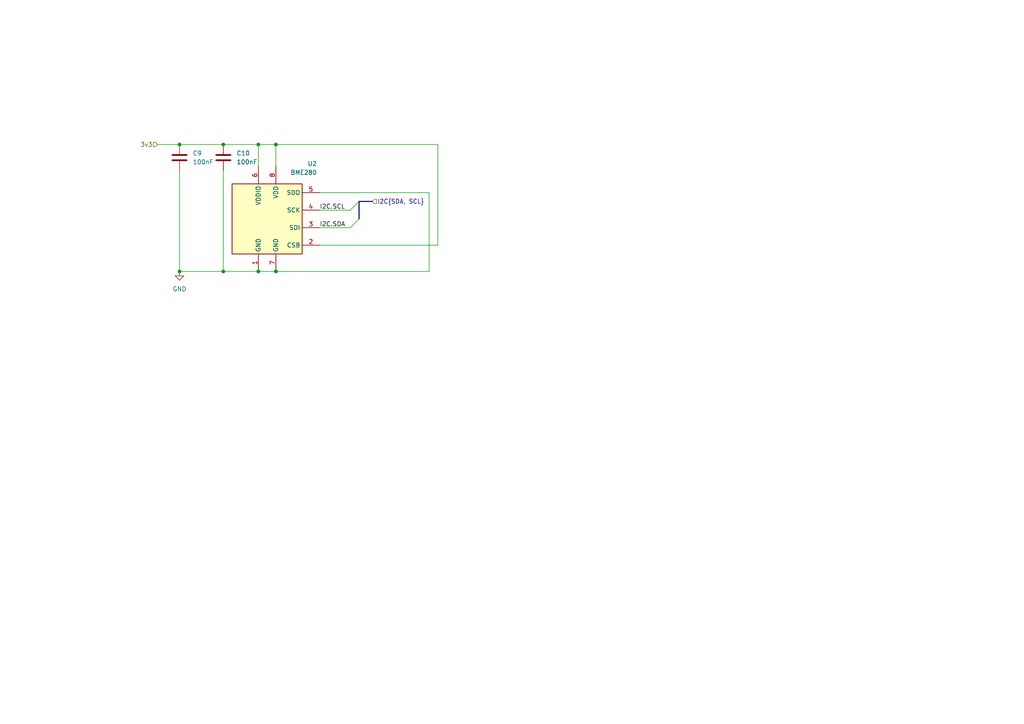
<source format=kicad_sch>
(kicad_sch (version 20250114) (generator "eeschema") (generator_version "9.0")
  (paper "A4")
  (lib_symbols
    (symbol "Device:C" (pin_numbers (hide yes)) (pin_names (offset 0.254))
      (property "Reference" "C" (at 0.635 2.54 0))
      (property "Value" "C" (at 0.635 -2.54 0))
      (symbol "C_0_1"
        (polyline (pts (xy -2.032 0.762) (xy 2.032 0.762)) (stroke (width 0.508)))
        (polyline (pts (xy -2.032 -0.762) (xy 2.032 -0.762)) (stroke (width 0.508)))
      )
      (symbol "C_1_1"
        (pin passive line (at 0 3.81 270) (length 2.794) (name "~") (number "1"))
        (pin passive line (at 0 -3.81 90) (length 2.794) (name "~") (number "2"))
      )
    )
    (symbol "Sensor:BME280"
      (property "Reference" "U" (at -8.89 11.43 0))
      (property "Value" "BME280" (at 7.62 11.43 0))
      (symbol "BME280_0_1"
        (rectangle (start -10.16 10.16) (end 10.16 -10.16) (stroke (width 0.254)) (fill (type background)))
      )
      (symbol "BME280_1_1"
        (pin power_in line (at -2.54 15.24 270) (length 5.08) (name "VDDIO") (number "6"))
        (pin power_in line (at -2.54 -15.24 90) (length 5.08) (name "GND") (number "1"))
        (pin power_in line (at 2.54 15.24 270) (length 5.08) (name "VDD") (number "8"))
        (pin power_in line (at 2.54 -15.24 90) (length 5.08) (name "GND") (number "7"))
        (pin bidirectional line (at 15.24 7.62 180) (length 5.08) (name "SDO") (number "5"))
        (pin input line (at 15.24 2.54 180) (length 5.08) (name "SCK") (number "4"))
        (pin bidirectional line (at 15.24 -2.54 180) (length 5.08) (name "SDI") (number "3"))
        (pin input line (at 15.24 -7.62 180) (length 5.08) (name "CSB") (number "2"))
      )
    )
    (symbol "power:GND" (power) (pin_numbers (hide yes)) (pin_names (offset 0) (hide yes))
      (property "Value" "GND" (at 0 -3.81 0))
      (symbol "GND_0_1"
        (polyline (pts (xy 0 0) (xy 0 -1.27) (xy 1.27 -1.27) (xy 0 -2.54) (xy -1.27 -1.27) (xy 0 -1.27)))
      )
      (symbol "GND_1_1"
        (pin power_in line (at 0 0 270) (length 0) (name "~") (number "1"))
      )
    )
  )
  (junction (at 80.01 78.74))
  (junction (at 52.07 41.91))
  (junction (at 74.93 41.91))
  (junction (at 64.77 78.74))
  (junction (at 80.01 41.91))
  (junction (at 52.07 78.74))
  (junction (at 64.77 41.91))
  (junction (at 74.93 78.74))
  (bus_entry (at 104.14 58.42) (size -2.54 2.54))
  (bus_entry (at 104.14 63.5) (size -2.54 2.54))
  (wire (pts (xy 74.93 41.91) (xy 74.93 48.26)))
  (wire (pts (xy 92.71 66.04) (xy 101.6 66.04)))
  (wire (pts (xy 127 41.91) (xy 80.01 41.91)))
  (wire (pts (xy 124.46 78.74) (xy 80.01 78.74)))
  (wire (pts (xy 64.77 78.74) (xy 74.93 78.74)))
  (wire (pts (xy 52.07 49.53) (xy 52.07 78.74)))
  (wire (pts (xy 52.07 78.74) (xy 64.77 78.74)))
  (wire (pts (xy 80.01 41.91) (xy 74.93 41.91)))
  (wire (pts (xy 64.77 41.91) (xy 74.93 41.91)))
  (wire (pts (xy 124.46 55.88) (xy 124.46 78.74)))
  (wire (pts (xy 74.93 78.74) (xy 80.01 78.74)))
  (bus (pts (xy 107.95 58.42) (xy 104.14 58.42)))
  (wire (pts (xy 64.77 49.53) (xy 64.77 78.74)))
  (wire (pts (xy 92.71 60.96) (xy 101.6 60.96)))
  (wire (pts (xy 45.72 41.91) (xy 52.07 41.91)))
  (wire (pts (xy 52.07 41.91) (xy 64.77 41.91)))
  (wire (pts (xy 127 71.12) (xy 127 41.91)))
  (wire (pts (xy 80.01 48.26) (xy 80.01 41.91)))
  (wire (pts (xy 92.71 55.88) (xy 124.46 55.88)))
  (wire (pts (xy 92.71 71.12) (xy 127 71.12)))
  (bus (pts (xy 104.14 58.42) (xy 104.14 63.5)))
  (label "I2C.SCL" (at 92.71 60.96 0))
  (label "I2C.SDA" (at 92.71 66.04 0))
  (hierarchical_label "I2C{SDA, SCL}" (shape input) (at 107.95 58.42 0))
  (hierarchical_label "3v3" (shape input) (at 45.72 41.91 180))
  (symbol (lib_id "Device:C") (at 52.07 45.72 0) (unit 1)
    (property "Reference" "C9" (at 55.88 44.4499 0) (effects (justify left)))
    (property "Value" "100nF" (at 55.88 46.9899 0) (effects (justify left)))
    (property "Footprint" "Capacitor_SMD:C_0603_1608Metric" (effects (hide yes)))
    (property "Description" "Unpolarized capacitor" (effects (hide yes)))
  )
  (symbol (lib_id "power:GND") (at 52.07 78.74 0) (unit 1)
    (property "Reference" "#PWR09" (effects (hide yes)))
    (property "Value" "GND" (at 52.07 83.82 0))
    (property "Description" "Power symbol creates a global label with name \"GND\" , ground" (effects (hide yes)))
  )
  (symbol (lib_id "Sensor:BME280") (at 77.47 63.5 0) (unit 1)
    (property "Reference" "U2" (at 91.948 47.498 0) (effects (justify right)))
    (property "Value" "BME280" (at 91.948 50.038 0) (effects (justify right)))
    (property "Footprint" "Package_LGA:Bosch_LGA-8_2.5x2.5mm_P0.65mm_ClockwisePinNumbering" (effects (hide yes)))
    (property "Datasheet" "https://www.bosch-sensortec.com/media/boschsensortec/downloads/datasheets/bst-bme280-ds002.pdf" (effects (hide yes)))
    (property "Description" "3-in-1 sensor, humidity, pressure, temperature, I2C and SPI interface, 1.71-3.6V, LGA-8" (effects (hide yes)))
  )
  (symbol (lib_id "Device:C") (at 64.77 45.72 0) (unit 1)
    (property "Reference" "C10" (at 68.58 44.4499 0) (effects (justify left)))
    (property "Value" "100nF" (at 68.58 46.9899 0) (effects (justify left)))
    (property "Footprint" "Capacitor_SMD:C_0603_1608Metric" (effects (hide yes)))
    (property "Description" "Unpolarized capacitor" (effects (hide yes)))
  )
)
</source>
